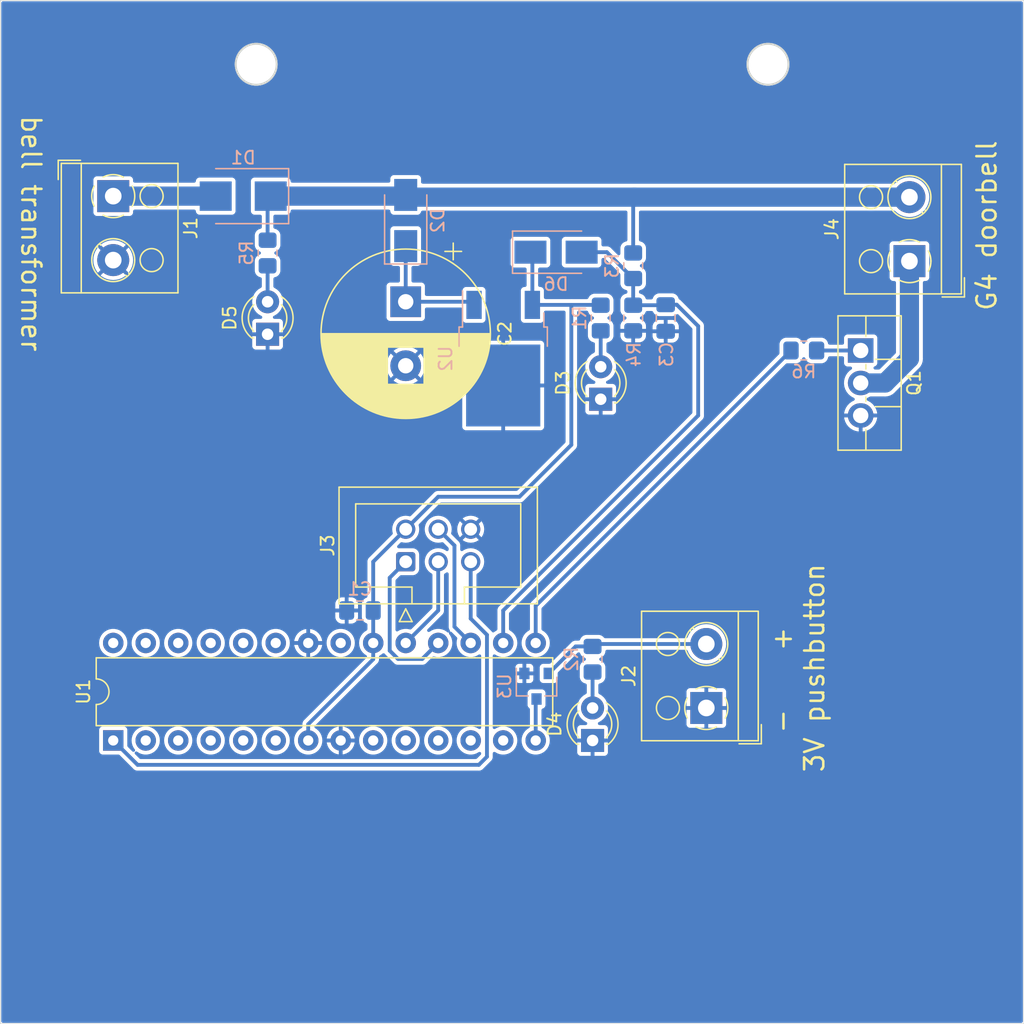
<source format=kicad_pcb>
(kicad_pcb (version 20221018) (generator pcbnew)
  (layers (0 "F.Cu" signal) (31 "B.Cu" signal) (34 "B.Paste" user) (35 "F.Paste" user) (36 "B.SilkS" user "B.Silkscreen") (37 "F.SilkS" user "F.Silkscreen") (38 "B.Mask" user) (39 "F.Mask" user) (44 "Edge.Cuts" user))
  (net 0 "")
  (net 1 "GND")
  (net 2 "Net-(D2-K)")
  (net 3 "/sens")
  (net 4 "Net-(D1-K)")
  (net 5 "Net-(D1-A)")
  (net 6 "Net-(D3-A)")
  (net 7 "Net-(D4-A)")
  (net 8 "Net-(D5-A)")
  (net 9 "/MISO")
  (net 10 "/SCK")
  (net 11 "/RST")
  (net 12 "/MOSI")
  (net 13 "Net-(J2-Pin_2)")
  (net 14 "/g4_power")
  (net 15 "Net-(J4-Pin_1)")
  (net 16 "Net-(Q1-G)")
  (net 33 "Net-(U1-PB0)")
  (net 35 "+5V")
  (footprint "Capacitor_THT:CP_Radial_D13.0mm_P5.00mm" (layer "F.Cu") (at 31.685 23.56 -90)
    (fp_text reference "C2" (at 2.5 -7.75 90) (layer "F.SilkS"))
    (fp_text value "1m 35V")
    (pad "1" thru_hole rect (at 0 0 270) (size 2.4 2.4) (drill 1.2) (layers "*.Cu" "*.Mask") (net 2 "Net-(D2-K)"))
    (pad "2" thru_hole circle (at 5 0 270) (size 2.4 2.4) (drill 1.2) (layers "*.Cu" "*.Mask") (net 1 "GND"))
  )
  (footprint "LED_THT:LED_D3.0mm" (layer "F.Cu") (at 46.925 31.18 90)
    (fp_text reference "D3" (at 1.27 -2.96 90) (layer "F.SilkS"))
    (fp_text value "LED gn 3cd")
    (pad "1" thru_hole rect (at 0 0 90) (size 1.8 1.8) (drill 0.9) (layers "*.Cu" "*.Mask") (net 1 "GND"))
    (pad "2" thru_hole circle (at 2.54 0 90) (size 1.8 1.8) (drill 0.9) (layers "*.Cu" "*.Mask") (net 6 "Net-(D3-A)"))
  )
  (footprint "LED_THT:LED_D3.0mm" (layer "F.Cu") (at 46.29 57.85 90)
    (fp_text reference "D4" (at 1.27 -2.96 90) (layer "F.SilkS"))
    (fp_text value "LED gn 3cd")
    (pad "1" thru_hole rect (at 0 0 90) (size 1.8 1.8) (drill 0.9) (layers "*.Cu" "*.Mask") (net 1 "GND"))
    (pad "2" thru_hole circle (at 2.54 0 90) (size 1.8 1.8) (drill 0.9) (layers "*.Cu" "*.Mask") (net 7 "Net-(D4-A)"))
  )
  (footprint "LED_THT:LED_D3.0mm" (layer "F.Cu") (at 20.89 26.1 90)
    (fp_text reference "D5" (at 1.27 -2.96 90) (layer "F.SilkS"))
    (fp_text value "LED gn 3cd")
    (pad "1" thru_hole rect (at 0 0 90) (size 1.8 1.8) (drill 0.9) (layers "*.Cu" "*.Mask") (net 1 "GND"))
    (pad "2" thru_hole circle (at 2.54 0 90) (size 1.8 1.8) (drill 0.9) (layers "*.Cu" "*.Mask") (net 8 "Net-(D5-A)"))
  )
  (footprint "TerminalBlock_RND:TerminalBlock_RND_205-00001_1x02_P5.00mm_Horizontal" (layer "F.Cu") (at 8.825 15.305 -90)
    (fp_text reference "J1" (at 2.5 -6.06 90) (layer "F.SilkS"))
    (fp_text value "Bell transformer")
    (pad "1" thru_hole rect (at 0 0 270) (size 2.5 2.5) (drill 1.3) (layers "*.Cu" "*.Mask") (net 5 "Net-(D1-A)"))
    (pad "2" thru_hole circle (at 5 0 270) (size 2.5 2.5) (drill 1.3) (layers "*.Cu" "*.Mask") (net 1 "GND"))
  )
  (footprint "TerminalBlock_RND:TerminalBlock_RND_205-00001_1x02_P5.00mm_Horizontal" (layer "F.Cu") (at 55.18 55.31 90)
    (fp_text reference "J2" (at 2.5 -6.06 90) (layer "F.SilkS"))
    (fp_text value "3V push button transmitter")
    (pad "1" thru_hole rect (at 0 0 90) (size 2.5 2.5) (drill 1.3) (layers "*.Cu" "*.Mask") (net 1 "GND"))
    (pad "2" thru_hole circle (at 5 0 90) (size 2.5 2.5) (drill 1.3) (layers "*.Cu" "*.Mask") (net 13 "Net-(J2-Pin_2)"))
  )
  (footprint "Connector_IDC:IDC-Header_2x03_P2.54mm_Vertical" (layer "F.Cu") (at 31.685 43.88 90)
    (fp_text reference "J3" (at 1.27 -6.1 90) (layer "F.SilkS"))
    (fp_text value "AVR-ISP-6")
    (pad "1" thru_hole roundrect (at 0 0 90) (size 1.5 1.5) (drill 1) (layers "*.Cu" "*.Mask") (roundrect_rratio 0.147) (net 9 "/MISO"))
    (pad "2" thru_hole circle (at 2.54 0 90) (size 1.5 1.5) (drill 1) (layers "*.Cu" "*.Mask") (net 35 "+5V"))
    (pad "3" thru_hole circle (at 0 2.54 90) (size 1.5 1.5) (drill 1) (layers "*.Cu" "*.Mask") (net 10 "/SCK"))
    (pad "4" thru_hole circle (at 2.54 2.54 90) (size 1.5 1.5) (drill 1) (layers "*.Cu" "*.Mask") (net 12 "/MOSI"))
    (pad "5" thru_hole circle (at 0 5.08 90) (size 1.5 1.5) (drill 1) (layers "*.Cu" "*.Mask") (net 11 "/RST"))
    (pad "6" thru_hole circle (at 2.54 5.08 90) (size 1.5 1.5) (drill 1) (layers "*.Cu" "*.Mask") (net 1 "GND"))
  )
  (footprint "TerminalBlock_RND:TerminalBlock_RND_205-00001_1x02_P5.00mm_Horizontal" (layer "F.Cu") (at 71.055 20.385 90)
    (fp_text reference "J4" (at 2.5 -6.06 90) (layer "F.SilkS"))
    (fp_text value "G4 doorbell")
    (pad "1" thru_hole rect (at 0 0 90) (size 2.5 2.5) (drill 1.3) (layers "*.Cu" "*.Mask") (net 15 "Net-(J4-Pin_1)"))
    (pad "2" thru_hole circle (at 5 0 90) (size 2.5 2.5) (drill 1.3) (layers "*.Cu" "*.Mask") (net 4 "Net-(D1-K)"))
  )
  (footprint "Package_TO_SOT_THT:TO-220F-3_Vertical" (layer "F.Cu") (at 67.245 27.37 -90)
    (fp_text reference "Q1" (at 2.54 -4.1675 90) (layer "F.SilkS"))
    (fp_text value "IRLIZ44N")
    (pad "1" thru_hole rect (at 0 0 270) (size 1.905 2) (drill 1.2) (layers "*.Cu" "*.Mask") (net 16 "Net-(Q1-G)"))
    (pad "2" thru_hole oval (at 2.54 0 270) (size 1.905 2) (drill 1.2) (layers "*.Cu" "*.Mask") (net 15 "Net-(J4-Pin_1)"))
    (pad "3" thru_hole oval (at 5.08 0 270) (size 1.905 2) (drill 1.2) (layers "*.Cu" "*.Mask") (net 1 "GND"))
  )
  (footprint "Package_DIP:DIP-28_W7.62mm" (layer "F.Cu") (at 8.825 57.85 90)
    (fp_text reference "U1" (at 3.81 -2.33 90) (layer "F.SilkS"))
    (fp_text value "ATmega8-16PU")
    (pad "1" thru_hole rect (at 0 0 90) (size 1.6 1.6) (drill 0.8) (layers "*.Cu" "*.Mask") (net 11 "/RST"))
    (pad "2" thru_hole oval (at 0 2.54 90) (size 1.6 1.6) (drill 0.8) (layers "*.Cu" "*.Mask"))
    (pad "3" thru_hole oval (at 0 5.08 90) (size 1.6 1.6) (drill 0.8) (layers "*.Cu" "*.Mask"))
    (pad "4" thru_hole oval (at 0 7.62 90) (size 1.6 1.6) (drill 0.8) (layers "*.Cu" "*.Mask"))
    (pad "5" thru_hole oval (at 0 10.16 90) (size 1.6 1.6) (drill 0.8) (layers "*.Cu" "*.Mask"))
    (pad "6" thru_hole oval (at 0 12.7 90) (size 1.6 1.6) (drill 0.8) (layers "*.Cu" "*.Mask"))
    (pad "7" thru_hole oval (at 0 15.24 90) (size 1.6 1.6) (drill 0.8) (layers "*.Cu" "*.Mask") (net 35 "+5V"))
    (pad "8" thru_hole oval (at 0 17.78 90) (size 1.6 1.6) (drill 0.8) (layers "*.Cu" "*.Mask") (net 1 "GND"))
    (pad "9" thru_hole oval (at 0 20.32 90) (size 1.6 1.6) (drill 0.8) (layers "*.Cu" "*.Mask"))
    (pad "10" thru_hole oval (at 0 22.86 90) (size 1.6 1.6) (drill 0.8) (layers "*.Cu" "*.Mask"))
    (pad "11" thru_hole oval (at 0 25.4 90) (size 1.6 1.6) (drill 0.8) (layers "*.Cu" "*.Mask"))
    (pad "12" thru_hole oval (at 0 27.94 90) (size 1.6 1.6) (drill 0.8) (layers "*.Cu" "*.Mask"))
    (pad "13" thru_hole oval (at 0 30.48 90) (size 1.6 1.6) (drill 0.8) (layers "*.Cu" "*.Mask"))
    (pad "14" thru_hole oval (at 0 33.02 90) (size 1.6 1.6) (drill 0.8) (layers "*.Cu" "*.Mask") (net 33 "Net-(U1-PB0)"))
    (pad "15" thru_hole oval (at 7.62 33.02 90) (size 1.6 1.6) (drill 0.8) (layers "*.Cu" "*.Mask") (net 14 "/g4_power"))
    (pad "16" thru_hole oval (at 7.62 30.48 90) (size 1.6 1.6) (drill 0.8) (layers "*.Cu" "*.Mask") (net 3 "/sens"))
    (pad "17" thru_hole oval (at 7.62 27.94 90) (size 1.6 1.6) (drill 0.8) (layers "*.Cu" "*.Mask") (net 12 "/MOSI"))
    (pad "18" thru_hole oval (at 7.62 25.4 90) (size 1.6 1.6) (drill 0.8) (layers "*.Cu" "*.Mask") (net 9 "/MISO"))
    (pad "19" thru_hole oval (at 7.62 22.86 90) (size 1.6 1.6) (drill 0.8) (layers "*.Cu" "*.Mask") (net 10 "/SCK"))
    (pad "20" thru_hole oval (at 7.62 20.32 90) (size 1.6 1.6) (drill 0.8) (layers "*.Cu" "*.Mask") (net 35 "+5V"))
    (pad "21" thru_hole oval (at 7.62 17.78 90) (size 1.6 1.6) (drill 0.8) (layers "*.Cu" "*.Mask"))
    (pad "22" thru_hole oval (at 7.62 15.24 90) (size 1.6 1.6) (drill 0.8) (layers "*.Cu" "*.Mask") (net 1 "GND"))
    (pad "23" thru_hole oval (at 7.62 12.7 90) (size 1.6 1.6) (drill 0.8) (layers "*.Cu" "*.Mask"))
    (pad "24" thru_hole oval (at 7.62 10.16 90) (size 1.6 1.6) (drill 0.8) (layers "*.Cu" "*.Mask"))
    (pad "25" thru_hole oval (at 7.62 7.62 90) (size 1.6 1.6) (drill 0.8) (layers "*.Cu" "*.Mask"))
    (pad "26" thru_hole oval (at 7.62 5.08 90) (size 1.6 1.6) (drill 0.8) (layers "*.Cu" "*.Mask"))
    (pad "27" thru_hole oval (at 7.62 2.54 90) (size 1.6 1.6) (drill 0.8) (layers "*.Cu" "*.Mask"))
    (pad "28" thru_hole oval (at 7.62 0 90) (size 1.6 1.6) (drill 0.8) (layers "*.Cu" "*.Mask"))
  )
  (footprint "Capacitor_SMD:C_0805_2012Metric_Pad1.18x1.45mm_HandSolder" (layer "B.Cu") (at 28.1075 47.69 180)
    (fp_text reference "C1" (at 0 1.68) (layer "B.SilkS") (effects (justify mirror)))
    (fp_text value "100n")
    (pad "1" smd roundrect (at -1.0375 0 180) (size 1.175 1.45) (layers "B.Cu" "B.Paste" "B.Mask") (roundrect_rratio 0.2127659574) (net 35 "+5V"))
    (pad "2" smd roundrect (at 1.0375 0 180) (size 1.175 1.45) (layers "B.Cu" "B.Paste" "B.Mask") (roundrect_rratio 0.2127659574) (net 1 "GND"))
  )
  (footprint "Capacitor_SMD:C_0805_2012Metric_Pad1.18x1.45mm_HandSolder" (layer "B.Cu") (at 52.005 24.83 -90)
    (fp_text reference "C3" (at 2.856 -0.065 90) (layer "B.SilkS") (effects (justify mirror)))
    (fp_text value "4u7")
    (pad "1" smd roundrect (at -1.0375 0 270) (size 1.175 1.45) (layers "B.Cu" "B.Paste" "B.Mask") (roundrect_rratio 0.2127659574) (net 3 "/sens"))
    (pad "2" smd roundrect (at 1.0375 0 270) (size 1.175 1.45) (layers "B.Cu" "B.Paste" "B.Mask") (roundrect_rratio 0.2127659574) (net 1 "GND"))
  )
  (footprint "Resistor_SMD:R_0805_2012Metric_Pad1.20x1.40mm_HandSolder" (layer "B.Cu") (at 46.925 24.83 -90)
    (fp_text reference "R1" (at 0 1.65 90) (layer "B.SilkS") (effects (justify mirror)))
    (fp_text value "4k7")
    (pad "1" smd roundrect (at -1 0 270) (size 1.2 1.4) (layers "B.Cu" "B.Paste" "B.Mask") (roundrect_rratio 0.2083325) (net 35 "+5V"))
    (pad "2" smd roundrect (at 1 0 270) (size 1.2 1.4) (layers "B.Cu" "B.Paste" "B.Mask") (roundrect_rratio 0.2083325) (net 6 "Net-(D3-A)"))
  )
  (footprint "Resistor_SMD:R_0805_2012Metric_Pad1.20x1.40mm_HandSolder" (layer "B.Cu") (at 46.29 51.5 -90)
    (fp_text reference "R2" (at 0 1.65 90) (layer "B.SilkS") (effects (justify mirror)))
    (fp_text value "1k5")
    (pad "1" smd roundrect (at -1 0 270) (size 1.2 1.4) (layers "B.Cu" "B.Paste" "B.Mask") (roundrect_rratio 0.2083325) (net 13 "Net-(J2-Pin_2)"))
    (pad "2" smd roundrect (at 1 0 270) (size 1.2 1.4) (layers "B.Cu" "B.Paste" "B.Mask") (roundrect_rratio 0.2083325) (net 7 "Net-(D4-A)"))
  )
  (footprint "Resistor_SMD:R_0805_2012Metric_Pad1.20x1.40mm_HandSolder" (layer "B.Cu") (at 49.465 20.745001 -90)
    (fp_text reference "R3" (at 0 1.65 90) (layer "B.SilkS") (effects (justify mirror)))
    (fp_text value "63k")
    (pad "1" smd roundrect (at -1 0 270) (size 1.2 1.4) (layers "B.Cu" "B.Paste" "B.Mask") (roundrect_rratio 0.2083325) (net 4 "Net-(D1-K)"))
    (pad "2" smd roundrect (at 1 0 270) (size 1.2 1.4) (layers "B.Cu" "B.Paste" "B.Mask") (roundrect_rratio 0.2083325) (net 3 "/sens"))
  )
  (footprint "Resistor_SMD:R_0805_2012Metric_Pad1.20x1.40mm_HandSolder" (layer "B.Cu") (at 49.465 24.83 -90)
    (fp_text reference "R4" (at 2.856 -0.065 90) (layer "B.SilkS") (effects (justify mirror)))
    (fp_text value "47k")
    (pad "1" smd roundrect (at -1 0 270) (size 1.2 1.4) (layers "B.Cu" "B.Paste" "B.Mask") (roundrect_rratio 0.2083325) (net 3 "/sens"))
    (pad "2" smd roundrect (at 1 0 270) (size 1.2 1.4) (layers "B.Cu" "B.Paste" "B.Mask") (roundrect_rratio 0.2083325) (net 1 "GND"))
  )
  (footprint "Resistor_SMD:R_0805_2012Metric_Pad1.20x1.40mm_HandSolder" (layer "B.Cu") (at 20.89 19.75 -90)
    (fp_text reference "R5" (at 0 1.65 90) (layer "B.SilkS") (effects (justify mirror)))
    (fp_text value "47k")
    (pad "1" smd roundrect (at -1 0 270) (size 1.2 1.4) (layers "B.Cu" "B.Paste" "B.Mask") (roundrect_rratio 0.2083325) (net 4 "Net-(D1-K)"))
    (pad "2" smd roundrect (at 1 0 270) (size 1.2 1.4) (layers "B.Cu" "B.Paste" "B.Mask") (roundrect_rratio 0.2083325) (net 8 "Net-(D5-A)"))
  )
  (footprint "Resistor_SMD:R_0805_2012Metric_Pad1.20x1.40mm_HandSolder" (layer "B.Cu") (at 62.8 27.37)
    (fp_text reference "R6" (at 0 1.65) (layer "B.SilkS") (effects (justify mirror)))
    (fp_text value "100")
    (pad "1" smd roundrect (at -1 0) (size 1.2 1.4) (layers "B.Cu" "B.Paste" "B.Mask") (roundrect_rratio 0.2083325) (net 14 "/g4_power"))
    (pad "2" smd roundrect (at 1 0) (size 1.2 1.4) (layers "B.Cu" "B.Paste" "B.Mask") (roundrect_rratio 0.2083325) (net 16 "Net-(Q1-G)"))
  )
  (footprint "Package_TO_SOT_SMD:TO-252-2" (layer "B.Cu") (at 39.305 28.005 -90)
    (fp_text reference "U2" (at 0 4.5 90) (layer "B.SilkS") (effects (justify mirror)))
    (fp_text value "7805-DPAK")
    (pad "1" smd rect (at -4.2 2.28 270) (size 2.2 1.2) (layers "B.Cu" "B.Paste" "B.Mask") (net 2 "Net-(D2-K)"))
    (pad "2" smd rect (at 2.1 0 270) (size 6.4 5.8) (layers "B.Cu" "B.Mask") (net 1 "GND"))
    (pad "3" smd rect (at -4.2 -2.28 270) (size 2.2 1.2) (layers "B.Cu" "B.Paste" "B.Mask") (net 35 "+5V"))
  )
  (footprint "Diode_SMD:D_SMA" (layer "B.Cu") (at 31.685 17.21 90)
    (fp_text reference "D2" (at 0 2.5 90) (layer "B.SilkS") (effects (justify mirror)))
    (fp_text value "SS16")
    (pad "1" smd rect (at -2 0 90) (size 2.5 1.8) (layers "B.Cu" "B.Paste" "B.Mask") (net 2 "Net-(D2-K)"))
    (pad "2" smd rect (at 2 0 90) (size 2.5 1.8) (layers "B.Cu" "B.Paste" "B.Mask") (net 4 "Net-(D1-K)"))
  )
  (footprint "Diode_SMD:D_SMB" (layer "B.Cu") (at 18.985 15.305 180)
    (fp_text reference "D1" (at 0 3) (layer "B.SilkS") (effects (justify mirror)))
    (fp_text value "SK 56")
    (pad "1" smd rect (at -2.15 0 180) (size 2.5 2.3) (layers "B.Cu" "B.Paste" "B.Mask") (net 4 "Net-(D1-K)"))
    (pad "2" smd rect (at 2.15 0 180) (size 2.5 2.3) (layers "B.Cu" "B.Paste" "B.Mask") (net 5 "Net-(D1-A)"))
  )
  (footprint "Package_TO_SOT_SMD:SOT-23" (layer "B.Cu") (at 41.91 53.61 -90)
    (fp_text reference "U3" (at 0 2.5 90) (layer "B.SilkS") (effects (justify mirror)))
    (fp_text value "MCP1700-3302E_SOT23")
    (pad "1" smd rect (at -1 0.95 270) (size 0.9 0.8) (layers "B.Cu" "B.Paste" "B.Mask") (net 1 "GND"))
    (pad "2" smd rect (at -1 -0.95 270) (size 0.9 0.8) (layers "B.Cu" "B.Paste" "B.Mask") (net 13 "Net-(J2-Pin_2)"))
    (pad "3" smd rect (at 1 0 270) (size 0.9 0.8) (layers "B.Cu" "B.Paste" "B.Mask") (net 33 "Net-(U1-PB0)"))
  )
  (footprint "Diode_SMD:D_SMA" (layer "B.Cu") (at 43.434 19.685)
    (fp_text reference "D6" (at 0 2.5) (layer "B.SilkS") (effects (justify mirror)))
    (fp_text value "SS16")
    (pad "1" smd rect (at -2 0) (size 2.5 1.8) (layers "B.Cu" "B.Paste" "B.Mask") (net 35 "+5V"))
    (pad "2" smd rect (at 2 0) (size 2.5 1.8) (layers "B.Cu" "B.Paste" "B.Mask") (net 3 "/sens"))
  )
  (gr_line (start 0 80) (end 0 0) (stroke (width 0.05)) (layer "Edge.Cuts"))
  (gr_line (start 80 0) (end 80 80) (stroke (width 0.05)) (layer "Edge.Cuts"))
  (gr_circle (center 20 5) (end 21.6 5) (stroke (width 0.15)) (fill none) (layer "Edge.Cuts"))
  (gr_circle (center 60 5) (end 61.6 5) (stroke (width 0.15)) (fill none) (layer "Edge.Cuts"))
  (gr_line (start 0 0) (end 80 0) (stroke (width 0.05)) (layer "Edge.Cuts"))
  (gr_line (start 80 80) (end 0 80) (stroke (width 0.05)) (layer "Edge.Cuts"))
  (gr_text "3V pushbutton" (at 64.516 60.452 90) (layer "F.SilkS") (effects (font (size 1.5 1.5) (thickness 0.2)) (justify left bottom)))
  (gr_text "bell transformer" (at 1.524 8.89 270) (layer "F.SilkS") (effects (font (size 1.5 1.5) (thickness 0.2)) (justify left bottom)))
  (gr_text "-    +" (at 61.976 57.404 90) (layer "F.SilkS") (effects (font (size 1.5 1.5) (thickness 0.2)) (justify left bottom)))
  (gr_text "G4 doorbell" (at 77.978 24.384 90) (layer "F.SilkS") (effects (font (size 1.5 1.5) (thickness 0.2)) (justify left bottom)))
  (segment (start 31.685 19.21) (end 31.685 23.56) (width 0.3) (layer "B.Cu") (net 2))
  (segment (start 31.685 23.56) (end 36.78 23.56) (width 0.3) (layer "B.Cu") (net 2))
  (segment (start 36.78 23.56) (end 37.025 23.805) (width 0.3) (layer "B.Cu") (net 2))
  (segment (start 54.545 25.465) (end 54.545 32.45) (width 0.3) (layer "B.Cu") (net 3))
  (segment (start 49.465 21.745001) (end 49.465 23.83) (width 0.3) (layer "B.Cu") (net 3))
  (segment (start 39.305 47.69) (end 39.305 50.23) (width 0.3) (layer "B.Cu") (net 3))
  (segment (start 54.545 32.45) (end 39.305 47.69) (width 0.3) (layer "B.Cu") (net 3))
  (segment (start 47.404999 19.685) (end 49.465 21.745001) (width 0.3) (layer "B.Cu") (net 3))
  (segment (start 45.434 19.685) (end 47.404999 19.685) (width 0.3) (layer "B.Cu") (net 3))
  (segment (start 49.465 23.83) (end 51.9675 23.83) (width 0.3) (layer "B.Cu") (net 3))
  (segment (start 49.465 21.745001) (end 49.050001 21.745001) (width 0.3) (layer "B.Cu") (net 3))
  (segment (start 51.9675 23.83) (end 52.005 23.7925) (width 0.3) (layer "B.Cu") (net 3))
  (segment (start 52.8725 23.7925) (end 54.545 25.465) (width 0.3) (layer "B.Cu") (net 3))
  (segment (start 52.005 23.7925) (end 52.8725 23.7925) (width 0.3) (layer "B.Cu") (net 3))
  (segment (start 49.465 15.465) (end 49.545 15.385) (width 0.3) (layer "B.Cu") (net 4))
  (segment (start 31.389998 15.305) (end 21.135 15.305) (width 1.5) (layer "B.Cu") (net 4))
  (segment (start 20.89 18.75) (end 20.89 15.55) (width 0.3) (layer "B.Cu") (net 4))
  (segment (start 71.055 15.385) (end 49.545 15.385) (width 1.5) (layer "B.Cu") (net 4))
  (segment (start 20.89 15.55) (end 21.135 15.305) (width 0.3) (layer "B.Cu") (net 4))
  (segment (start 31.469998 15.385) (end 31.389998 15.305) (width 1.5) (layer "B.Cu") (net 4))
  (segment (start 49.465 19.745001) (end 49.465 15.465) (width 0.3) (layer "B.Cu") (net 4))
  (segment (start 49.545 15.385) (end 31.469998 15.385) (width 1.5) (layer "B.Cu") (net 4))
  (segment (start 8.825 15.305) (end 16.835 15.305) (width 1.5) (layer "B.Cu") (net 5))
  (segment (start 46.925 25.83) (end 46.925 28.64) (width 0.3) (layer "B.Cu") (net 6))
  (segment (start 46.29 52.5) (end 46.29 55.31) (width 0.3) (layer "B.Cu") (net 7))
  (segment (start 20.89 20.75) (end 20.89 23.56) (width 0.3) (layer "B.Cu") (net 8))
  (segment (start 30.434999 45.130001) (end 31.685 43.88) (width 0.3) (layer "B.Cu") (net 9))
  (segment (start 30.434999 50.830001) (end 30.434999 45.130001) (width 0.3) (layer "B.Cu") (net 9))
  (segment (start 32.974999 51.480001) (end 34.225 50.23) (width 0.3) (layer "B.Cu") (net 9))
  (segment (start 30.434999 50.830001) (end 31.084999 51.480001) (width 0.3) (layer "B.Cu") (net 9))
  (segment (start 31.084999 51.480001) (end 32.974999 51.480001) (width 0.3) (layer "B.Cu") (net 9))
  (segment (start 34.225 47.69) (end 31.685 50.23) (width 0.3) (layer "B.Cu") (net 10))
  (segment (start 34.225 43.88) (end 34.225 47.69) (width 0.3) (layer "B.Cu") (net 10))
  (segment (start 38.035 49.595) (end 38.035 59.12) (width 0.3) (layer "B.Cu") (net 11))
  (segment (start 36.765 48.325) (end 38.035 49.595) (width 0.3) (layer "B.Cu") (net 11))
  (segment (start 36.765 43.88) (end 36.765 48.325) (width 0.3) (layer "B.Cu") (net 11))
  (segment (start 37.4 59.755) (end 10.73 59.755) (width 0.3) (layer "B.Cu") (net 11))
  (segment (start 38.035 59.12) (end 37.4 59.755) (width 0.3) (layer "B.Cu") (net 11))
  (segment (start 10.73 59.755) (end 8.825 57.85) (width 0.3) (layer "B.Cu") (net 11))
  (segment (start 35.495 42.61) (end 35.495 48.96) (width 0.3) (layer "B.Cu") (net 12))
  (segment (start 35.495 48.96) (end 36.765 50.23) (width 0.3) (layer "B.Cu") (net 12))
  (segment (start 34.225 41.34) (end 35.495 42.61) (width 0.3) (layer "B.Cu") (net 12))
  (segment (start 46.29 50.5) (end 44.97 50.5) (width 0.3) (layer "B.Cu") (net 13))
  (segment (start 55.18 50.31) (end 46.48 50.31) (width 0.3) (layer "B.Cu") (net 13))
  (segment (start 44.97 50.5) (end 42.86 52.61) (width 0.3) (layer "B.Cu") (net 13))
  (segment (start 46.48 50.31) (end 46.29 50.5) (width 0.3) (layer "B.Cu") (net 13))
  (segment (start 41.845 47.325) (end 61.8 27.37) (width 0.3) (layer "B.Cu") (net 14))
  (segment (start 41.845 50.23) (end 41.845 47.325) (width 0.3) (layer "B.Cu") (net 14))
  (segment (start 69.15 29.91) (end 71.055 28.005) (width 1.5) (layer "B.Cu") (net 15))
  (segment (start 67.245 29.91) (end 69.15 29.91) (width 1.5) (layer "B.Cu") (net 15))
  (segment (start 71.055 28.005) (end 71.055 20.385) (width 1.5) (layer "B.Cu") (net 15))
  (segment (start 63.8 27.37) (end 67.245 27.37) (width 0.3) (layer "B.Cu") (net 16))
  (segment (start 41.845 54.675) (end 41.91 54.61) (width 0.3) (layer "B.Cu") (net 33))
  (segment (start 41.845 57.85) (end 41.845 54.675) (width 0.3) (layer "B.Cu") (net 33))
  (segment (start 44.63 34.745) (end 40.575 38.8) (width 0.3) (layer "B.Cu") (net 35))
  (segment (start 29.145 50.23) (end 29.145 47.69) (width 0.3) (layer "B.Cu") (net 35))
  (segment (start 41.585 23.805) (end 44.63 23.805) (width 0.3) (layer "B.Cu") (net 35))
  (segment (start 31.685 41.34) (end 29.145 43.88) (width 0.3) (layer "B.Cu") (net 35))
  (segment (start 29.145 51.5) (end 24.065 56.58) (width 0.3) (layer "B.Cu") (net 35))
  (segment (start 41.585 19.836) (end 41.434 19.685) (width 0.3) (layer "B.Cu") (net 35))
  (segment (start 44.63 23.805) (end 46.9 23.805) (width 0.3) (layer "B.Cu") (net 35))
  (segment (start 29.145 50.23) (end 29.145 51.5) (width 0.3) (layer "B.Cu") (net 35))
  (segment (start 44.63 23.805) (end 44.63 34.745) (width 0.3) (layer "B.Cu") (net 35))
  (segment (start 40.575 38.8) (end 34.225 38.8) (width 0.3) (layer "B.Cu") (net 35))
  (segment (start 34.225 38.8) (end 31.685 41.34) (width 0.3) (layer "B.Cu") (net 35))
  (segment (start 46.9 23.805) (end 46.925 23.83) (width 0.3) (layer "B.Cu") (net 35))
  (segment (start 29.145 43.88) (end 29.145 47.69) (width 0.3) (layer "B.Cu") (net 35))
  (segment (start 24.065 56.58) (end 24.065 57.85) (width 0.3) (layer "B.Cu") (net 35))
  (segment (start 41.585 23.805) (end 41.585 19.836) (width 0.3) (layer "B.Cu") (net 35))
  (zone (net 1) (net_name "GND") (layer "B.Cu") (connect_pads (clearance 0.3)) (min_thickness 0.254) (fill yes (thermal_gap 0.3) (thermal_bridge_width 0.3))
    (polygon (pts (xy 80 80) (xy 0 80) (xy 0 0) (xy 80 0)))
  )
)
</source>
